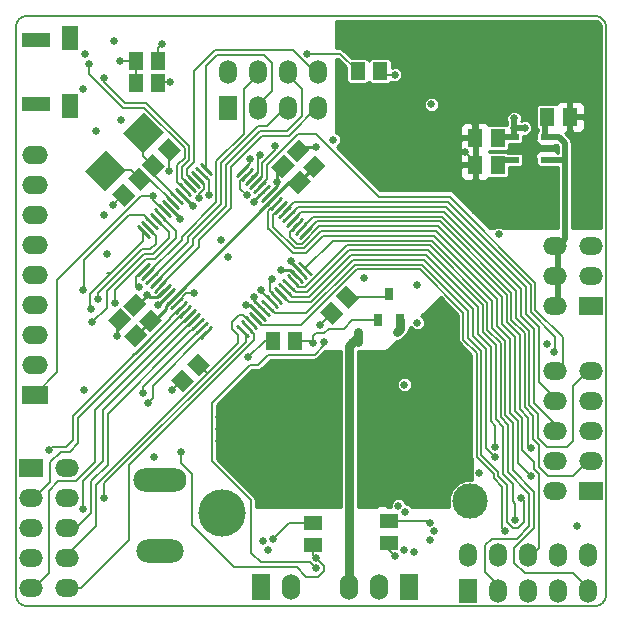
<source format=gbl>
%FSLAX34Y34*%
G04 Gerber Fmt 3.4, Leading zero omitted, Abs format*
G04 (created by PCBNEW (2013-11-08 BZR 4448)-product) date 2013-12-07T17:29:24 CET*
%MOIN*%
G01*
G70*
G90*
G04 APERTURE LIST*
%ADD10C,0.005906*%
%ADD11C,0.118110*%
%ADD12R,0.055100X0.078700*%
%ADD13R,0.096500X0.051200*%
%ADD14C,0.009800*%
%ADD15R,0.030000X0.020000*%
%ADD16R,0.031500X0.039400*%
%ADD17R,0.060000X0.086600*%
%ADD18O,0.060000X0.086600*%
%ADD19R,0.078700X0.060000*%
%ADD20O,0.078700X0.060000*%
%ADD21R,0.060000X0.078700*%
%ADD22O,0.060000X0.078700*%
%ADD23R,0.086600X0.060000*%
%ADD24O,0.086600X0.060000*%
%ADD25R,0.051200X0.059000*%
%ADD26R,0.059000X0.051200*%
%ADD27C,0.157480*%
%ADD28O,0.157500X0.078700*%
%ADD29O,0.177200X0.078700*%
%ADD30C,0.025000*%
%ADD31C,0.030000*%
%ADD32C,0.008000*%
%ADD33C,0.020000*%
%ADD34C,0.010000*%
G04 APERTURE END LIST*
G54D10*
X42913Y-43307D02*
G75*
G03X43307Y-42913I0J393D01*
G74*
G01*
X23622Y-42913D02*
G75*
G03X24015Y-43307I393J0D01*
G74*
G01*
X24015Y-23622D02*
G75*
G03X23622Y-24015I0J-393D01*
G74*
G01*
X43307Y-24015D02*
G75*
G03X42913Y-23622I-393J0D01*
G74*
G01*
X23622Y-42913D02*
X23622Y-24015D01*
X42913Y-43307D02*
X24015Y-43307D01*
X43307Y-24015D02*
X43307Y-42913D01*
X24015Y-23622D02*
X42913Y-23622D01*
G54D11*
X38779Y-39803D03*
G54D12*
X25443Y-24358D03*
X25443Y-26642D03*
G54D13*
X24309Y-24427D03*
X24309Y-26573D03*
G54D10*
G36*
X27884Y-26841D02*
X28552Y-27509D01*
X27856Y-28205D01*
X27188Y-27537D01*
X27884Y-26841D01*
X27884Y-26841D01*
G37*
G36*
X26631Y-28093D02*
X27299Y-28762D01*
X26603Y-29458D01*
X25935Y-28789D01*
X26631Y-28093D01*
X26631Y-28093D01*
G37*
G36*
X33100Y-31793D02*
X33524Y-32217D01*
X33455Y-32287D01*
X33031Y-31862D01*
X33100Y-31793D01*
X33100Y-31793D01*
G37*
G54D14*
X33315Y-32357D02*
X32961Y-32002D01*
X33176Y-32496D02*
X32821Y-32141D01*
X33037Y-32635D02*
X32682Y-32280D01*
X32898Y-32775D02*
X32543Y-32420D01*
X32759Y-32913D02*
X32404Y-32558D01*
X32620Y-33053D02*
X32265Y-32698D01*
X32480Y-33192D02*
X32125Y-32837D01*
X32341Y-33331D02*
X31986Y-32976D01*
X32202Y-33470D02*
X31847Y-33115D01*
X32063Y-33610D02*
X31708Y-33255D01*
X31924Y-33748D02*
X31569Y-33393D01*
X31785Y-33888D02*
X31430Y-33533D01*
X31645Y-34027D02*
X31290Y-33672D01*
X31506Y-34166D02*
X31151Y-33811D01*
X31367Y-34306D02*
X31012Y-33951D01*
X30141Y-33995D02*
X29786Y-34350D01*
X30002Y-33856D02*
X29647Y-34211D01*
X29863Y-33716D02*
X29508Y-34071D01*
X29723Y-33577D02*
X29368Y-33932D01*
X29584Y-33438D02*
X29229Y-33793D01*
X29446Y-33299D02*
X29091Y-33654D01*
X29306Y-33160D02*
X28951Y-33515D01*
X29167Y-33021D02*
X28812Y-33376D01*
X29028Y-32881D02*
X28673Y-33236D01*
X28888Y-32742D02*
X28533Y-33097D01*
X28749Y-32603D02*
X28394Y-32958D01*
X28610Y-32464D02*
X28255Y-32819D01*
X28471Y-32325D02*
X28116Y-32680D01*
X28332Y-32186D02*
X27977Y-32541D01*
X28193Y-32046D02*
X27838Y-32401D01*
X28053Y-31907D02*
X27698Y-32262D01*
X28053Y-30992D02*
X27698Y-30637D01*
X28193Y-30853D02*
X27838Y-30498D01*
X28332Y-30713D02*
X27977Y-30358D01*
X28471Y-30574D02*
X28116Y-30219D01*
X28610Y-30435D02*
X28255Y-30080D01*
X28749Y-30296D02*
X28394Y-29941D01*
X28888Y-30157D02*
X28533Y-29802D01*
X29028Y-30018D02*
X28673Y-29663D01*
X29167Y-29878D02*
X28812Y-29523D01*
X29306Y-29739D02*
X28951Y-29384D01*
X29446Y-29600D02*
X29091Y-29245D01*
X29584Y-29461D02*
X29229Y-29106D01*
X29723Y-29322D02*
X29368Y-28967D01*
X29863Y-29183D02*
X29508Y-28828D01*
X30002Y-29043D02*
X29647Y-28688D01*
X30141Y-28904D02*
X29786Y-28549D01*
X31367Y-28593D02*
X31012Y-28948D01*
X31506Y-28733D02*
X31151Y-29088D01*
X31785Y-29011D02*
X31430Y-29366D01*
X31650Y-28867D02*
X31295Y-29222D01*
X31924Y-29151D02*
X31569Y-29506D01*
X32063Y-29289D02*
X31708Y-29644D01*
X32202Y-29429D02*
X31847Y-29784D01*
X32341Y-29568D02*
X31986Y-29923D01*
X32480Y-29707D02*
X32125Y-30062D01*
X32620Y-29846D02*
X32265Y-30201D01*
X32757Y-29984D02*
X32402Y-30339D01*
X32896Y-30123D02*
X32541Y-30478D01*
X33035Y-30262D02*
X32681Y-30617D01*
X33175Y-30402D02*
X32820Y-30757D01*
X33313Y-30540D02*
X32958Y-30895D01*
X33453Y-30679D02*
X33098Y-31034D01*
G54D15*
X41261Y-27669D03*
X41261Y-28419D03*
X40261Y-27669D03*
X41261Y-28044D03*
X40261Y-28419D03*
G54D16*
X36062Y-32913D03*
X35687Y-33779D03*
X36437Y-33779D03*
G54D17*
X36748Y-42677D03*
G54D18*
X35748Y-42677D03*
X34748Y-42677D03*
G54D19*
X24126Y-38708D03*
G54D20*
X25322Y-38708D03*
X24126Y-39708D03*
X25322Y-39708D03*
X24126Y-40708D03*
X25322Y-40708D03*
X24126Y-41708D03*
X25322Y-41708D03*
X24126Y-42708D03*
X25322Y-42708D03*
G54D21*
X38708Y-42802D03*
G54D22*
X38708Y-41606D03*
X39708Y-42802D03*
X39708Y-41606D03*
X40708Y-42802D03*
X40708Y-41606D03*
X41708Y-42802D03*
X41708Y-41606D03*
X42708Y-42802D03*
X42708Y-41606D03*
G54D19*
X42802Y-39480D03*
G54D20*
X41606Y-39480D03*
X42802Y-38480D03*
X41606Y-38480D03*
X42802Y-37480D03*
X41606Y-37480D03*
X42802Y-36480D03*
X41606Y-36480D03*
X42802Y-35480D03*
X41606Y-35480D03*
G54D17*
X31783Y-42677D03*
G54D18*
X32783Y-42677D03*
G54D21*
X30700Y-26698D03*
G54D22*
X30700Y-25502D03*
X31700Y-26698D03*
X31700Y-25502D03*
X32700Y-26698D03*
X32700Y-25502D03*
X33700Y-26698D03*
X33700Y-25502D03*
G54D23*
X24250Y-36250D03*
G54D24*
X24250Y-35250D03*
X24250Y-34250D03*
X24250Y-33250D03*
X24250Y-32250D03*
X24250Y-31250D03*
X24250Y-30250D03*
X24250Y-29250D03*
X24250Y-28250D03*
G54D19*
X42802Y-33283D03*
G54D20*
X41606Y-33283D03*
X42802Y-32283D03*
X41606Y-32283D03*
X42802Y-31283D03*
X41606Y-31283D03*
G54D10*
G36*
X28171Y-28222D02*
X28589Y-28639D01*
X28226Y-29001D01*
X27809Y-28584D01*
X28171Y-28222D01*
X28171Y-28222D01*
G37*
G36*
X28702Y-27691D02*
X29119Y-28108D01*
X28757Y-28470D01*
X28340Y-28053D01*
X28702Y-27691D01*
X28702Y-27691D01*
G37*
G36*
X27773Y-29455D02*
X27355Y-29037D01*
X27717Y-28675D01*
X28135Y-29093D01*
X27773Y-29455D01*
X27773Y-29455D01*
G37*
G36*
X27242Y-29985D02*
X26825Y-29568D01*
X27187Y-29206D01*
X27604Y-29623D01*
X27242Y-29985D01*
X27242Y-29985D01*
G37*
G36*
X27729Y-33816D02*
X28147Y-33399D01*
X28509Y-33761D01*
X28091Y-34178D01*
X27729Y-33816D01*
X27729Y-33816D01*
G37*
G36*
X27199Y-33286D02*
X27616Y-32868D01*
X27978Y-33230D01*
X27561Y-33648D01*
X27199Y-33286D01*
X27199Y-33286D01*
G37*
G36*
X32670Y-29190D02*
X33088Y-28773D01*
X33450Y-29135D01*
X33032Y-29552D01*
X32670Y-29190D01*
X32670Y-29190D01*
G37*
G36*
X32140Y-28660D02*
X32557Y-28242D01*
X32919Y-28604D01*
X32502Y-29022D01*
X32140Y-28660D01*
X32140Y-28660D01*
G37*
G36*
X27237Y-34308D02*
X27654Y-33891D01*
X28016Y-34253D01*
X27599Y-34670D01*
X27237Y-34308D01*
X27237Y-34308D01*
G37*
G36*
X26707Y-33778D02*
X27124Y-33360D01*
X27486Y-33723D01*
X27069Y-34140D01*
X26707Y-33778D01*
X26707Y-33778D01*
G37*
G36*
X33182Y-28678D02*
X33599Y-28261D01*
X33961Y-28623D01*
X33544Y-29040D01*
X33182Y-28678D01*
X33182Y-28678D01*
G37*
G36*
X32652Y-28148D02*
X33069Y-27731D01*
X33431Y-28093D01*
X33014Y-28510D01*
X32652Y-28148D01*
X32652Y-28148D01*
G37*
G54D25*
X39686Y-27694D03*
X38936Y-27694D03*
X41336Y-26994D03*
X42086Y-26994D03*
G54D10*
G36*
X34116Y-33143D02*
X34533Y-33560D01*
X34171Y-33922D01*
X33754Y-33505D01*
X34116Y-33143D01*
X34116Y-33143D01*
G37*
G36*
X34647Y-32612D02*
X35064Y-33030D01*
X34702Y-33392D01*
X34284Y-32974D01*
X34647Y-32612D01*
X34647Y-32612D01*
G37*
G54D25*
X32934Y-34448D03*
X32184Y-34448D03*
X39686Y-28594D03*
X38936Y-28594D03*
X28367Y-25866D03*
X27617Y-25866D03*
X28367Y-25118D03*
X27617Y-25118D03*
G54D10*
G36*
X29741Y-35636D02*
X29324Y-35219D01*
X29686Y-34857D01*
X30103Y-35274D01*
X29741Y-35636D01*
X29741Y-35636D01*
G37*
G36*
X29211Y-36166D02*
X28794Y-35749D01*
X29156Y-35387D01*
X29573Y-35804D01*
X29211Y-36166D01*
X29211Y-36166D01*
G37*
G54D26*
X33543Y-40530D03*
X33543Y-41280D03*
X36062Y-40451D03*
X36062Y-41201D03*
G54D25*
X35018Y-25472D03*
X35768Y-25472D03*
G54D27*
X30512Y-40196D03*
G54D28*
X28425Y-41476D03*
G54D29*
X28425Y-39113D03*
G54D30*
X36574Y-35925D03*
X37007Y-33858D03*
X36377Y-39960D03*
X36889Y-41496D03*
X36614Y-40157D03*
X28228Y-38346D03*
X36574Y-41417D03*
X36338Y-34173D03*
X39724Y-30905D03*
X34212Y-27755D03*
X26574Y-30275D03*
X26653Y-31574D03*
X42322Y-40629D03*
X41338Y-34566D03*
X28838Y-36102D03*
X28779Y-25826D03*
X36259Y-25590D03*
X37480Y-26574D03*
X40236Y-27362D03*
X40590Y-27362D03*
X40236Y-27047D03*
X32795Y-31811D03*
X31574Y-32992D03*
X29527Y-29960D03*
X28366Y-33267D03*
X31574Y-29842D03*
X39606Y-37992D03*
X26574Y-39685D03*
X40275Y-40433D03*
X40787Y-38976D03*
X40472Y-39685D03*
X26377Y-33070D03*
X36259Y-41633D03*
X26141Y-33385D03*
X29133Y-38149D03*
X33641Y-41692D03*
X27716Y-32677D03*
X26929Y-33208D03*
X26181Y-33838D03*
X25866Y-32755D03*
X34823Y-34488D03*
X35039Y-34488D03*
X35039Y-34173D03*
X32165Y-32401D03*
X33622Y-42047D03*
X33897Y-34488D03*
X31811Y-32755D03*
X24724Y-38110D03*
X39921Y-40787D03*
X40787Y-38031D03*
X33346Y-24881D03*
X28208Y-29625D03*
X27106Y-25118D03*
X30059Y-29586D03*
X29724Y-29685D03*
X32263Y-27972D03*
X31318Y-29606D03*
X31437Y-28405D03*
X31751Y-28248D03*
X28031Y-36535D03*
X27874Y-36181D03*
X25944Y-24881D03*
X26062Y-25236D03*
X26574Y-25708D03*
X29566Y-32874D03*
X33543Y-34527D03*
X33779Y-33937D03*
X25866Y-40078D03*
X39606Y-38346D03*
X41574Y-34842D03*
X38937Y-30118D03*
X31850Y-41122D03*
X31889Y-35590D03*
X31889Y-35905D03*
X32204Y-41062D03*
X26889Y-24468D03*
X28740Y-28799D03*
X31377Y-35000D03*
X31496Y-35590D03*
X31102Y-36023D03*
X31102Y-36417D03*
X31102Y-36811D03*
X31102Y-37598D03*
X31102Y-37204D03*
X30708Y-37598D03*
X30708Y-36811D03*
X30708Y-36417D03*
X30708Y-37204D03*
X30708Y-37992D03*
X33622Y-27992D03*
X25885Y-36102D03*
X27007Y-34291D03*
X30708Y-31653D03*
X30452Y-31082D03*
X25866Y-26062D03*
X26299Y-27480D03*
X27125Y-27086D03*
X31102Y-38779D03*
X30708Y-38385D03*
X31102Y-38385D03*
X32027Y-41417D03*
X37440Y-41082D03*
X39074Y-38877D03*
X38681Y-38779D03*
X38681Y-36023D03*
X37559Y-35275D03*
X38228Y-34330D03*
X35236Y-32362D03*
X37007Y-32598D03*
X37598Y-24488D03*
X37440Y-25748D03*
X38937Y-27244D03*
X40905Y-27834D03*
X38582Y-28149D03*
X40905Y-28228D03*
X41614Y-28031D03*
X42125Y-27519D03*
X38287Y-36023D03*
X38681Y-36417D03*
X38287Y-36417D03*
X38681Y-36811D03*
X38287Y-36811D03*
X38681Y-38385D03*
X38287Y-38779D03*
X38681Y-37992D03*
X38681Y-37204D03*
X38681Y-37598D03*
X30413Y-37401D03*
X30413Y-37795D03*
X30413Y-37007D03*
X31122Y-38011D03*
X37421Y-40531D03*
X37559Y-40787D03*
X37362Y-35551D03*
X37401Y-34960D03*
X26850Y-29921D03*
X32480Y-32086D03*
X31299Y-33267D03*
X29094Y-30393D03*
X28011Y-32933D03*
X32322Y-29173D03*
X28484Y-24566D03*
G54D31*
X36338Y-34173D02*
X36437Y-34073D01*
X36437Y-34073D02*
X36437Y-33779D01*
G54D32*
X29163Y-35776D02*
X28838Y-36102D01*
X29163Y-35776D02*
X29183Y-35776D01*
X28406Y-25826D02*
X28779Y-25826D01*
X28406Y-25826D02*
X28367Y-25866D01*
X35886Y-25590D02*
X35768Y-25472D01*
X36259Y-25590D02*
X35886Y-25590D01*
G54D33*
X40236Y-27362D02*
X40590Y-27362D01*
X40236Y-27047D02*
X40236Y-27362D01*
X40236Y-27643D02*
X40236Y-27362D01*
X40236Y-27643D02*
X40261Y-27669D01*
X39686Y-27694D02*
X39711Y-27669D01*
X39711Y-27669D02*
X40261Y-27669D01*
G54D34*
X32795Y-31836D02*
X32795Y-31811D01*
X33138Y-32179D02*
X32795Y-31836D01*
X31574Y-33122D02*
X31574Y-32992D01*
X31885Y-33432D02*
X31574Y-33122D01*
X29129Y-29562D02*
X29527Y-29960D01*
X29129Y-29562D02*
X29129Y-29562D01*
X28366Y-33265D02*
X28366Y-33267D01*
X28711Y-32920D02*
X28366Y-33265D01*
X31885Y-29467D02*
X31574Y-29777D01*
X31574Y-29777D02*
X31574Y-29842D01*
G54D32*
X29713Y-35246D02*
X30009Y-35541D01*
X30009Y-35541D02*
X30000Y-35551D01*
X31468Y-33849D02*
X31201Y-33582D01*
X26299Y-40633D02*
X25224Y-41708D01*
X26299Y-39251D02*
X26299Y-40633D01*
X31023Y-34527D02*
X30000Y-35551D01*
X30000Y-35551D02*
X26299Y-39251D01*
X31023Y-34251D02*
X31023Y-34527D01*
X30826Y-34055D02*
X31023Y-34251D01*
X30826Y-33818D02*
X30826Y-34055D01*
X31062Y-33582D02*
X30826Y-33818D01*
X31201Y-33582D02*
X31062Y-33582D01*
X33400Y-32997D02*
X34799Y-31597D01*
X34799Y-31597D02*
X37306Y-31597D01*
X39468Y-37145D02*
X39606Y-37283D01*
X37306Y-31597D02*
X39024Y-33315D01*
X39024Y-33315D02*
X39024Y-34220D01*
X39024Y-34220D02*
X39462Y-34658D01*
X39462Y-34658D02*
X39462Y-37139D01*
X39462Y-37139D02*
X39468Y-37145D01*
X39606Y-37283D02*
X39606Y-37992D01*
X32582Y-32736D02*
X32842Y-32997D01*
X32842Y-32997D02*
X33400Y-32997D01*
X33022Y-29997D02*
X37970Y-29997D01*
X32719Y-30300D02*
X33022Y-29997D01*
X37970Y-29997D02*
X40624Y-32652D01*
X40624Y-32652D02*
X40624Y-33557D01*
X40624Y-33557D02*
X41062Y-33995D01*
X41062Y-33995D02*
X41062Y-35838D01*
X41062Y-35838D02*
X41704Y-36480D01*
G54D33*
X40261Y-28419D02*
X39861Y-28419D01*
X39861Y-28419D02*
X39686Y-28594D01*
G54D32*
X31189Y-34128D02*
X31296Y-34234D01*
X26574Y-39206D02*
X26574Y-39685D01*
X31296Y-34485D02*
X26574Y-39206D01*
X31296Y-34234D02*
X31296Y-34485D01*
X33333Y-32837D02*
X34733Y-31437D01*
X34733Y-31437D02*
X37372Y-31437D01*
X39871Y-37322D02*
X39871Y-38907D01*
X37372Y-31437D02*
X39184Y-33249D01*
X39184Y-33249D02*
X39184Y-34154D01*
X39184Y-34154D02*
X39622Y-34592D01*
X39622Y-34592D02*
X39622Y-37073D01*
X39622Y-37073D02*
X39871Y-37322D01*
X39871Y-37322D02*
X39871Y-37322D01*
X39871Y-38907D02*
X40196Y-39232D01*
X40196Y-39232D02*
X40196Y-39805D01*
X40196Y-39805D02*
X40275Y-39884D01*
X40275Y-39884D02*
X40275Y-40433D01*
X32720Y-32597D02*
X32960Y-32837D01*
X32960Y-32837D02*
X33333Y-32837D01*
X32057Y-30738D02*
X32859Y-31540D01*
X40351Y-38540D02*
X40787Y-38976D01*
X40351Y-37123D02*
X40351Y-38540D01*
X40102Y-36874D02*
X40351Y-37123D01*
X40102Y-34393D02*
X40102Y-36874D01*
X39664Y-33955D02*
X40102Y-34393D01*
X39664Y-33050D02*
X39664Y-33955D01*
X37571Y-30957D02*
X39664Y-33050D01*
X33872Y-30957D02*
X37571Y-30957D01*
X33289Y-31540D02*
X33872Y-30957D01*
X32859Y-31540D02*
X33289Y-31540D01*
X32303Y-29885D02*
X32044Y-30143D01*
X32044Y-30725D02*
X32057Y-30738D01*
X32044Y-30143D02*
X32044Y-30725D01*
X31329Y-33989D02*
X31574Y-34234D01*
X31574Y-34432D02*
X27399Y-38608D01*
X31574Y-34234D02*
X31574Y-34432D01*
X27399Y-41104D02*
X25795Y-42708D01*
X25795Y-42708D02*
X25224Y-42708D01*
X27399Y-38608D02*
X27399Y-41104D01*
X39142Y-34791D02*
X39142Y-38276D01*
X40551Y-40511D02*
X40551Y-39763D01*
X40354Y-40708D02*
X40551Y-40511D01*
X40196Y-40708D02*
X40354Y-40708D01*
X40000Y-40511D02*
X40196Y-40708D01*
X40000Y-39261D02*
X40000Y-40511D01*
X39711Y-38973D02*
X40000Y-39261D01*
X39711Y-38845D02*
X39711Y-38973D01*
X39142Y-38276D02*
X39711Y-38845D01*
X40551Y-39763D02*
X40472Y-39685D01*
X40551Y-39763D02*
X40472Y-39685D01*
X32024Y-33293D02*
X32274Y-33543D01*
X32274Y-33543D02*
X33306Y-33543D01*
X33306Y-33543D02*
X34932Y-31917D01*
X34932Y-31917D02*
X37174Y-31917D01*
X37174Y-31917D02*
X38704Y-33448D01*
X38704Y-33448D02*
X38704Y-34353D01*
X38704Y-34353D02*
X39142Y-34791D01*
X32007Y-28582D02*
X33031Y-27559D01*
X38102Y-29677D02*
X40944Y-32519D01*
X35740Y-29677D02*
X38102Y-29677D01*
X33622Y-27559D02*
X35740Y-29677D01*
X33031Y-27559D02*
X33622Y-27559D01*
X40944Y-33425D02*
X41850Y-34330D01*
X40944Y-32519D02*
X40944Y-33425D01*
X41850Y-34330D02*
X41850Y-35334D01*
X41850Y-35334D02*
X41704Y-35480D01*
X32007Y-29067D02*
X32007Y-28582D01*
X31746Y-29328D02*
X32007Y-29067D01*
X27820Y-31412D02*
X26377Y-32854D01*
X26377Y-32854D02*
X26377Y-33070D01*
X36062Y-41201D02*
X36062Y-41437D01*
X36062Y-41437D02*
X36259Y-41633D01*
X28015Y-30675D02*
X28307Y-30967D01*
X28115Y-31412D02*
X27820Y-31412D01*
X28307Y-31220D02*
X28115Y-31412D01*
X28307Y-30967D02*
X28307Y-31220D01*
X33641Y-41692D02*
X33897Y-41948D01*
X33897Y-42125D02*
X33700Y-42322D01*
X33897Y-41948D02*
X33897Y-42125D01*
X33307Y-42322D02*
X32992Y-42007D01*
X33700Y-42322D02*
X33307Y-42322D01*
X27876Y-31129D02*
X26102Y-32903D01*
X26102Y-32903D02*
X26102Y-33346D01*
X26102Y-33346D02*
X26141Y-33385D01*
X29133Y-38149D02*
X29133Y-38543D01*
X29133Y-38543D02*
X29488Y-38897D01*
X29488Y-38897D02*
X29488Y-40590D01*
X29488Y-40590D02*
X30905Y-42007D01*
X30905Y-42007D02*
X32992Y-42007D01*
X33543Y-41594D02*
X33543Y-41280D01*
X33641Y-41692D02*
X33543Y-41594D01*
X27876Y-30815D02*
X27876Y-31129D01*
X26801Y-32204D02*
X26653Y-32204D01*
X27876Y-31129D02*
X26801Y-32204D01*
X27876Y-32084D02*
X27637Y-32323D01*
X27637Y-32598D02*
X27716Y-32677D01*
X27637Y-32323D02*
X27637Y-32598D01*
X28281Y-31732D02*
X27952Y-31732D01*
X27952Y-31732D02*
X26929Y-32755D01*
X26929Y-32755D02*
X26929Y-33208D01*
X28433Y-30257D02*
X28976Y-30800D01*
X28976Y-31037D02*
X28281Y-31732D01*
X28976Y-30800D02*
X28976Y-31037D01*
X27886Y-31572D02*
X26653Y-32805D01*
X26653Y-33366D02*
X26181Y-33838D01*
X26653Y-32805D02*
X26653Y-33366D01*
X28294Y-30397D02*
X28740Y-30843D01*
X28191Y-31572D02*
X27886Y-31572D01*
X28740Y-31023D02*
X28191Y-31572D01*
X28740Y-30843D02*
X28740Y-31023D01*
X28154Y-30536D02*
X27893Y-30275D01*
X25905Y-32716D02*
X25866Y-32755D01*
X25905Y-31761D02*
X25905Y-32716D01*
X27391Y-30275D02*
X25905Y-31761D01*
X27893Y-30275D02*
X27391Y-30275D01*
G54D31*
X34823Y-34508D02*
X34842Y-34527D01*
X34823Y-34488D02*
X34823Y-34508D01*
X35039Y-34488D02*
X34960Y-34409D01*
X34960Y-34409D02*
X35039Y-34488D01*
X35039Y-34488D02*
X35039Y-34330D01*
X35039Y-34330D02*
X35039Y-34330D01*
X35039Y-34330D02*
X34842Y-34527D01*
X35039Y-34173D02*
X35039Y-34330D01*
X34748Y-34622D02*
X34748Y-42677D01*
X34842Y-34527D02*
X34748Y-34622D01*
G54D32*
X32086Y-32798D02*
X32086Y-32480D01*
X32086Y-32480D02*
X32165Y-32401D01*
X32303Y-33014D02*
X32086Y-32798D01*
X33422Y-41847D02*
X31788Y-41847D01*
X31788Y-41847D02*
X31456Y-41515D01*
X31456Y-41515D02*
X31456Y-39763D01*
X31456Y-39763D02*
X30157Y-38464D01*
X33582Y-34921D02*
X32047Y-34921D01*
X31692Y-35275D02*
X31417Y-35275D01*
X32047Y-34921D02*
X31692Y-35275D01*
X33422Y-41847D02*
X33622Y-42047D01*
X30157Y-36535D02*
X30157Y-38464D01*
X31417Y-35275D02*
X30157Y-36535D01*
X33897Y-34606D02*
X33582Y-34921D01*
X33897Y-34488D02*
X33897Y-34606D01*
X31811Y-32801D02*
X31811Y-32755D01*
X32164Y-33154D02*
X31811Y-32801D01*
X28779Y-33740D02*
X25548Y-36970D01*
X24845Y-37989D02*
X24724Y-38110D01*
X25314Y-37989D02*
X24845Y-37989D01*
X25548Y-37755D02*
X25314Y-37989D01*
X25548Y-36970D02*
X25548Y-37755D01*
X29129Y-33337D02*
X28779Y-33687D01*
X27637Y-34881D02*
X27519Y-34881D01*
X28779Y-33739D02*
X28779Y-33740D01*
X28779Y-33740D02*
X27637Y-34881D01*
X28779Y-33687D02*
X28779Y-33739D01*
X38982Y-34881D02*
X38982Y-38343D01*
X39839Y-40706D02*
X39921Y-40787D01*
X39839Y-39327D02*
X39839Y-40706D01*
X39551Y-39039D02*
X39839Y-39327D01*
X39551Y-38911D02*
X39551Y-39039D01*
X38982Y-38343D02*
X39551Y-38911D01*
X31607Y-33710D02*
X31834Y-33937D01*
X38982Y-34857D02*
X38982Y-34881D01*
X38544Y-34419D02*
X38982Y-34857D01*
X38544Y-33514D02*
X38544Y-34419D01*
X37107Y-32077D02*
X38544Y-33514D01*
X34998Y-32077D02*
X37107Y-32077D01*
X33139Y-33937D02*
X34998Y-32077D01*
X31834Y-33937D02*
X33139Y-33937D01*
X40706Y-37014D02*
X40706Y-37950D01*
X40706Y-37950D02*
X40787Y-38031D01*
X32755Y-30984D02*
X32992Y-31220D01*
X40422Y-36731D02*
X40706Y-37014D01*
X40422Y-34260D02*
X40422Y-36731D01*
X39984Y-33822D02*
X40422Y-34260D01*
X39984Y-32917D02*
X39984Y-33822D01*
X37705Y-30637D02*
X39984Y-32917D01*
X33740Y-30637D02*
X37705Y-30637D01*
X33157Y-31220D02*
X33740Y-30637D01*
X32992Y-31220D02*
X33157Y-31220D01*
X32997Y-30579D02*
X32755Y-30821D01*
X32755Y-30821D02*
X32755Y-30984D01*
X29964Y-28726D02*
X29964Y-25291D01*
X29964Y-25291D02*
X30334Y-24921D01*
X32165Y-26134D02*
X31700Y-26600D01*
X30334Y-24921D02*
X31889Y-24921D01*
X31889Y-24921D02*
X32165Y-25196D01*
X32165Y-25196D02*
X32165Y-26134D01*
X30314Y-29842D02*
X30314Y-28455D01*
X31220Y-26079D02*
X31700Y-25600D01*
X31220Y-27549D02*
X31220Y-26079D01*
X30314Y-28455D02*
X31220Y-27549D01*
X29153Y-31082D02*
X29153Y-31086D01*
X29153Y-31086D02*
X29153Y-31082D01*
X29153Y-31003D02*
X29153Y-31086D01*
X30314Y-29842D02*
X29153Y-31003D01*
X33346Y-24881D02*
X34428Y-24881D01*
X34428Y-24881D02*
X35018Y-25472D01*
X28015Y-32224D02*
X29153Y-31086D01*
X29546Y-29144D02*
X29330Y-28929D01*
X29571Y-28498D02*
X29571Y-25457D01*
X29330Y-28740D02*
X29571Y-28498D01*
X29330Y-28929D02*
X29330Y-28740D01*
X29571Y-28321D02*
X29571Y-25457D01*
X32861Y-24761D02*
X33700Y-25600D01*
X29571Y-25457D02*
X30268Y-24761D01*
X30268Y-24761D02*
X32861Y-24761D01*
X29571Y-28321D02*
X29571Y-28188D01*
X27617Y-25118D02*
X27617Y-25866D01*
X28208Y-29625D02*
X27814Y-29625D01*
X25000Y-35500D02*
X24250Y-36250D01*
X25000Y-32440D02*
X25000Y-35500D01*
X27814Y-29625D02*
X25000Y-32440D01*
X28208Y-29755D02*
X28572Y-30119D01*
X28208Y-29625D02*
X28208Y-29755D01*
X27617Y-25118D02*
X27106Y-25118D01*
X25224Y-40708D02*
X25629Y-40708D01*
X26139Y-39137D02*
X26686Y-38590D01*
X26139Y-40199D02*
X26139Y-39137D01*
X25629Y-40708D02*
X26139Y-40199D01*
X29270Y-34309D02*
X26686Y-36893D01*
X29685Y-33894D02*
X29270Y-34309D01*
X26686Y-36893D02*
X26686Y-38590D01*
X32209Y-30664D02*
X32925Y-31380D01*
X40511Y-37046D02*
X40511Y-38110D01*
X40262Y-36798D02*
X40511Y-37046D01*
X40262Y-34327D02*
X40262Y-36798D01*
X39824Y-33889D02*
X40262Y-34327D01*
X39824Y-32983D02*
X39824Y-33889D01*
X37638Y-30797D02*
X39824Y-32983D01*
X33806Y-30797D02*
X37638Y-30797D01*
X33223Y-31380D02*
X33806Y-30797D01*
X32925Y-31380D02*
X33223Y-31380D01*
X40511Y-38110D02*
X40902Y-38501D01*
X41062Y-41350D02*
X40708Y-41704D01*
X41062Y-38897D02*
X41062Y-41350D01*
X40902Y-38737D02*
X41062Y-38897D01*
X40902Y-38501D02*
X40902Y-38737D01*
X32442Y-30024D02*
X32204Y-30262D01*
X32204Y-30659D02*
X32209Y-30664D01*
X32204Y-30262D02*
X32204Y-30659D01*
X33141Y-30157D02*
X37903Y-30157D01*
X41704Y-37334D02*
X41704Y-37480D01*
X40902Y-36532D02*
X41704Y-37334D01*
X40902Y-34062D02*
X40902Y-36532D01*
X40464Y-33624D02*
X40902Y-34062D01*
X40464Y-32718D02*
X40464Y-33624D01*
X37903Y-30157D02*
X40464Y-32718D01*
X32858Y-30440D02*
X33141Y-30157D01*
X29825Y-28866D02*
X30061Y-29102D01*
X30061Y-29102D02*
X30061Y-29584D01*
X30061Y-29584D02*
X30059Y-29586D01*
X29685Y-29005D02*
X29901Y-29221D01*
X29901Y-29221D02*
X29901Y-29389D01*
X29724Y-29566D02*
X29724Y-29685D01*
X29901Y-29389D02*
X29724Y-29566D01*
X26102Y-36643D02*
X25708Y-37037D01*
X24763Y-39169D02*
X24224Y-39708D01*
X24763Y-38503D02*
X24763Y-39169D01*
X25118Y-38149D02*
X24763Y-38503D01*
X25433Y-38149D02*
X25118Y-38149D01*
X25708Y-37874D02*
X25433Y-38149D01*
X25708Y-37037D02*
X25708Y-37874D01*
X29268Y-33477D02*
X26102Y-36643D01*
X33267Y-32677D02*
X34667Y-31277D01*
X34667Y-31277D02*
X37439Y-31277D01*
X32859Y-32458D02*
X33078Y-32677D01*
X39274Y-41276D02*
X39274Y-42177D01*
X39488Y-41062D02*
X39274Y-41276D01*
X40324Y-41062D02*
X39488Y-41062D01*
X40742Y-40644D02*
X40324Y-41062D01*
X40742Y-39551D02*
X40742Y-40644D01*
X40031Y-38840D02*
X40742Y-39551D01*
X40031Y-37256D02*
X40031Y-38840D01*
X39782Y-37007D02*
X40031Y-37256D01*
X39782Y-34526D02*
X39782Y-37007D01*
X39344Y-34087D02*
X39782Y-34526D01*
X39344Y-33183D02*
X39344Y-34087D01*
X37439Y-31277D02*
X39344Y-33183D01*
X39708Y-42611D02*
X39708Y-42704D01*
X39274Y-42177D02*
X39708Y-42611D01*
X33078Y-32677D02*
X33267Y-32677D01*
X33275Y-30857D02*
X33655Y-30477D01*
X41062Y-38661D02*
X41377Y-38976D01*
X41062Y-37942D02*
X41062Y-38661D01*
X40866Y-37745D02*
X41062Y-37942D01*
X40866Y-36948D02*
X40866Y-37745D01*
X40582Y-36665D02*
X40866Y-36948D01*
X40582Y-34194D02*
X40582Y-36665D01*
X40144Y-33756D02*
X40582Y-34194D01*
X40144Y-32851D02*
X40144Y-33756D01*
X37771Y-30477D02*
X40144Y-32851D01*
X33655Y-30477D02*
X37771Y-30477D01*
X42208Y-38976D02*
X42704Y-38480D01*
X41377Y-38976D02*
X42208Y-38976D01*
X26262Y-36760D02*
X26262Y-38501D01*
X24724Y-42208D02*
X24224Y-42708D01*
X24724Y-39448D02*
X24724Y-42208D01*
X25039Y-39133D02*
X24724Y-39448D01*
X25629Y-39133D02*
X25039Y-39133D01*
X26262Y-38501D02*
X25629Y-39133D01*
X29407Y-33615D02*
X26262Y-36760D01*
X33277Y-32040D02*
X34200Y-31117D01*
X34200Y-31117D02*
X37505Y-31117D01*
X40236Y-41850D02*
X40590Y-42204D01*
X40236Y-41377D02*
X40236Y-41850D01*
X40902Y-40711D02*
X40236Y-41377D01*
X40902Y-39485D02*
X40902Y-40711D01*
X40191Y-38774D02*
X40902Y-39485D01*
X40191Y-37189D02*
X40191Y-38774D01*
X39942Y-36940D02*
X40191Y-37189D01*
X39942Y-34459D02*
X39942Y-36940D01*
X39504Y-34021D02*
X39942Y-34459D01*
X39504Y-33116D02*
X39504Y-34021D01*
X37505Y-31117D02*
X39504Y-33116D01*
X42208Y-42204D02*
X42708Y-42704D01*
X40590Y-42204D02*
X42208Y-42204D01*
X33136Y-30718D02*
X33537Y-30317D01*
X41028Y-36884D02*
X41028Y-37682D01*
X40742Y-36599D02*
X41028Y-36884D01*
X40742Y-34128D02*
X40742Y-36599D01*
X40304Y-33690D02*
X40742Y-34128D01*
X40304Y-32784D02*
X40304Y-33690D01*
X37837Y-30317D02*
X40304Y-32784D01*
X33537Y-30317D02*
X37837Y-30317D01*
X41028Y-36929D02*
X41028Y-37682D01*
X42204Y-35980D02*
X42704Y-35480D01*
X41028Y-37682D02*
X41338Y-37992D01*
X41338Y-37992D02*
X42007Y-37992D01*
X42007Y-37992D02*
X42204Y-37795D01*
X42204Y-37795D02*
X42204Y-35980D01*
X41028Y-36929D02*
X41028Y-37204D01*
X30474Y-29908D02*
X30474Y-28521D01*
X31698Y-27298D02*
X32001Y-27298D01*
X30474Y-28521D02*
X31698Y-27298D01*
X29370Y-31013D02*
X29370Y-31148D01*
X30474Y-29908D02*
X29370Y-31013D01*
X29370Y-31148D02*
X29370Y-31141D01*
X29370Y-31141D02*
X29370Y-31148D01*
X32001Y-27298D02*
X32700Y-26600D01*
X28154Y-32363D02*
X29370Y-31148D01*
X30794Y-30039D02*
X30794Y-28653D01*
X31830Y-27618D02*
X32726Y-27618D01*
X30794Y-28653D02*
X31830Y-27618D01*
X28433Y-32642D02*
X29744Y-31331D01*
X29744Y-31331D02*
X29744Y-31092D01*
X30794Y-30039D02*
X30794Y-30041D01*
X29744Y-31092D02*
X29744Y-31331D01*
X30794Y-30041D02*
X29744Y-31092D01*
X33700Y-26644D02*
X33700Y-26600D01*
X32726Y-27618D02*
X33700Y-26644D01*
X30634Y-29960D02*
X30634Y-28587D01*
X31764Y-27458D02*
X32659Y-27458D01*
X30634Y-28587D02*
X31764Y-27458D01*
X28294Y-32502D02*
X29547Y-31249D01*
X29547Y-31249D02*
X29547Y-31062D01*
X30634Y-29960D02*
X30634Y-29975D01*
X29547Y-31062D02*
X29547Y-31249D01*
X30634Y-29975D02*
X29547Y-31062D01*
X33149Y-26049D02*
X32700Y-25600D01*
X32659Y-27458D02*
X33149Y-26968D01*
X33149Y-26968D02*
X33149Y-26049D01*
X31847Y-28949D02*
X31847Y-28516D01*
X31847Y-28516D02*
X32263Y-28100D01*
X32263Y-28100D02*
X32263Y-27972D01*
X31607Y-29189D02*
X31847Y-28949D01*
X31114Y-29402D02*
X31318Y-29606D01*
X31114Y-29124D02*
X31114Y-29402D01*
X31329Y-28910D02*
X31114Y-29124D01*
X31437Y-28524D02*
X31437Y-28405D01*
X31437Y-28524D02*
X31189Y-28771D01*
X31473Y-29045D02*
X31687Y-28830D01*
X31687Y-28830D02*
X31687Y-28312D01*
X31687Y-28312D02*
X31751Y-28248D01*
X31473Y-29045D02*
X31687Y-28830D01*
X29964Y-34173D02*
X28188Y-35948D01*
X28031Y-36535D02*
X28188Y-36377D01*
X28188Y-35948D02*
X28188Y-36377D01*
X29825Y-34033D02*
X27874Y-35984D01*
X27874Y-35984D02*
X27874Y-36181D01*
X29268Y-29422D02*
X29010Y-29164D01*
X29251Y-28366D02*
X29251Y-28031D01*
X29010Y-28607D02*
X29251Y-28366D01*
X29010Y-29164D02*
X29010Y-28607D01*
X27204Y-26692D02*
X26062Y-25551D01*
X29251Y-28031D02*
X27913Y-26692D01*
X27913Y-26692D02*
X27204Y-26692D01*
X26062Y-25551D02*
X26062Y-25236D01*
X29407Y-29284D02*
X29170Y-29047D01*
X29411Y-28432D02*
X29411Y-27965D01*
X29170Y-28673D02*
X29411Y-28432D01*
X29170Y-29047D02*
X29170Y-28673D01*
X29411Y-27965D02*
X27979Y-26532D01*
X27979Y-26532D02*
X27270Y-26532D01*
X27270Y-26532D02*
X26574Y-25836D01*
X26574Y-25836D02*
X26574Y-25708D01*
X28989Y-33198D02*
X29314Y-32874D01*
X29314Y-32874D02*
X29566Y-32874D01*
X33543Y-34527D02*
X33543Y-34291D01*
X34566Y-34055D02*
X34842Y-33779D01*
X34055Y-34055D02*
X34566Y-34055D01*
X33897Y-34212D02*
X34055Y-34055D01*
X33622Y-34212D02*
X33897Y-34212D01*
X33543Y-34291D02*
X33622Y-34212D01*
X34842Y-33779D02*
X35687Y-33779D01*
X33464Y-34448D02*
X32934Y-34448D01*
X33543Y-34527D02*
X33464Y-34448D01*
X34144Y-33572D02*
X34144Y-33532D01*
X33779Y-33937D02*
X34144Y-33572D01*
G54D34*
X33060Y-29162D02*
X33572Y-28650D01*
X28119Y-33788D02*
X27627Y-34280D01*
X28850Y-33059D02*
X28622Y-33287D01*
X28219Y-33788D02*
X28119Y-33788D01*
X28622Y-33385D02*
X28219Y-33788D01*
X28622Y-33287D02*
X28622Y-33385D01*
X32164Y-29745D02*
X28850Y-33059D01*
X33060Y-29162D02*
X32747Y-29162D01*
X32747Y-29162D02*
X32164Y-29745D01*
G54D32*
X26526Y-36774D02*
X29546Y-33755D01*
X26526Y-38473D02*
X26526Y-36774D01*
X25866Y-39133D02*
X26526Y-38473D01*
X25866Y-40078D02*
X25866Y-39133D01*
X32724Y-33157D02*
X33466Y-33157D01*
X33466Y-33157D02*
X34866Y-31757D01*
X34866Y-31757D02*
X37240Y-31757D01*
X39302Y-37165D02*
X39302Y-38043D01*
X39302Y-38043D02*
X39606Y-38346D01*
X32442Y-32875D02*
X32724Y-33157D01*
X39302Y-34724D02*
X39302Y-37165D01*
X38864Y-34286D02*
X39302Y-34724D01*
X38864Y-33382D02*
X38864Y-34286D01*
X37240Y-31757D02*
X38864Y-33382D01*
X40792Y-33498D02*
X41614Y-34320D01*
X41614Y-34803D02*
X41574Y-34842D01*
X41614Y-34320D02*
X41614Y-34803D01*
X32904Y-29837D02*
X38036Y-29837D01*
X40784Y-33491D02*
X40792Y-33498D01*
X40784Y-32585D02*
X40784Y-33491D01*
X38036Y-29837D02*
X40784Y-32585D01*
X32904Y-29837D02*
X32579Y-30161D01*
X33543Y-40530D02*
X32737Y-40530D01*
X32737Y-40530D02*
X32204Y-41062D01*
X28729Y-28081D02*
X28729Y-28788D01*
X28729Y-28788D02*
X28740Y-28799D01*
X31929Y-34448D02*
X31377Y-35000D01*
X32184Y-34448D02*
X31929Y-34448D01*
G54D34*
X33170Y-27992D02*
X33622Y-27992D01*
X33041Y-28120D02*
X33170Y-27992D01*
X27007Y-33839D02*
X27007Y-34291D01*
X27007Y-33839D02*
X27097Y-33750D01*
G54D33*
X38937Y-27693D02*
X38937Y-27244D01*
X38936Y-27694D02*
X38937Y-27693D01*
X41114Y-28044D02*
X40905Y-27834D01*
X41114Y-28044D02*
X41261Y-28044D01*
G54D32*
X38936Y-28503D02*
X38582Y-28149D01*
X38936Y-28594D02*
X38936Y-28503D01*
G54D33*
X41089Y-28044D02*
X40905Y-28228D01*
X41089Y-28044D02*
X41261Y-28044D01*
X41601Y-28044D02*
X41614Y-28031D01*
X41261Y-28044D02*
X41601Y-28044D01*
X42086Y-27480D02*
X42125Y-27519D01*
X42086Y-27480D02*
X42086Y-26994D01*
G54D32*
X36062Y-40451D02*
X37341Y-40451D01*
X37341Y-40451D02*
X37421Y-40531D01*
X27175Y-29595D02*
X26850Y-29921D01*
X27215Y-29595D02*
X27175Y-29595D01*
G54D34*
X32766Y-32086D02*
X32480Y-32086D01*
X32999Y-32319D02*
X32766Y-32086D01*
X31443Y-33267D02*
X31299Y-33267D01*
X31746Y-33571D02*
X31443Y-33267D01*
X29094Y-30363D02*
X29094Y-30393D01*
X28711Y-29979D02*
X29094Y-30363D01*
X28011Y-32933D02*
X27686Y-33258D01*
X27686Y-33258D02*
X27589Y-33258D01*
X28340Y-33011D02*
X28090Y-33011D01*
X28572Y-32780D02*
X28340Y-33011D01*
X28090Y-33011D02*
X28011Y-32933D01*
X32322Y-29173D02*
X32322Y-28839D01*
X32322Y-28839D02*
X32530Y-28632D01*
X32322Y-29308D02*
X32322Y-29173D01*
X32024Y-29606D02*
X32322Y-29308D01*
G54D32*
X28367Y-25118D02*
X28367Y-24684D01*
X28367Y-24684D02*
X28484Y-24566D01*
X34674Y-33002D02*
X35973Y-33002D01*
X35973Y-33002D02*
X36062Y-32913D01*
X28199Y-28611D02*
X27870Y-28282D01*
X27870Y-28282D02*
X27870Y-27523D01*
X28989Y-29701D02*
X28199Y-28910D01*
X28199Y-28910D02*
X28199Y-28611D01*
X27745Y-29065D02*
X27455Y-28775D01*
X27455Y-28775D02*
X26617Y-28775D01*
X28850Y-29840D02*
X28075Y-29065D01*
X28075Y-29065D02*
X27745Y-29065D01*
G54D33*
X41704Y-31283D02*
X41929Y-31059D01*
X41929Y-31059D02*
X41929Y-28419D01*
X41704Y-32283D02*
X41704Y-33283D01*
X41704Y-31283D02*
X41704Y-32283D01*
X41261Y-28419D02*
X41929Y-28419D01*
X41889Y-28425D02*
X41929Y-28425D01*
X41724Y-27669D02*
X41929Y-27874D01*
X41929Y-27874D02*
X41929Y-28425D01*
X41261Y-27669D02*
X41724Y-27669D01*
X41929Y-28419D02*
X41923Y-28425D01*
X41923Y-28425D02*
X41889Y-28425D01*
X41261Y-27669D02*
X41261Y-27069D01*
X41261Y-27069D02*
X41336Y-26994D01*
G54D10*
G36*
X34468Y-39989D02*
X31626Y-39989D01*
X31626Y-39763D01*
X31626Y-39763D01*
X31626Y-39763D01*
X31615Y-39709D01*
X31613Y-39698D01*
X31613Y-39698D01*
X31576Y-39643D01*
X30327Y-38394D01*
X30327Y-36605D01*
X31487Y-35445D01*
X31692Y-35445D01*
X31757Y-35432D01*
X31757Y-35432D01*
X31813Y-35395D01*
X32117Y-35091D01*
X33582Y-35091D01*
X33647Y-35078D01*
X33647Y-35078D01*
X33702Y-35041D01*
X33930Y-34813D01*
X34468Y-34813D01*
X34468Y-39989D01*
X34468Y-39989D01*
G37*
G54D34*
X34468Y-39989D02*
X31626Y-39989D01*
X31626Y-39763D01*
X31626Y-39763D01*
X31626Y-39763D01*
X31615Y-39709D01*
X31613Y-39698D01*
X31613Y-39698D01*
X31576Y-39643D01*
X30327Y-38394D01*
X30327Y-36605D01*
X31487Y-35445D01*
X31692Y-35445D01*
X31757Y-35432D01*
X31757Y-35432D01*
X31813Y-35395D01*
X32117Y-35091D01*
X33582Y-35091D01*
X33647Y-35078D01*
X33647Y-35078D01*
X33702Y-35041D01*
X33930Y-34813D01*
X34468Y-34813D01*
X34468Y-39989D01*
G54D10*
G36*
X38847Y-39082D02*
X38636Y-39082D01*
X38371Y-39191D01*
X38169Y-39394D01*
X38059Y-39659D01*
X38058Y-39945D01*
X38076Y-39989D01*
X36829Y-39989D01*
X36829Y-35874D01*
X36791Y-35780D01*
X36719Y-35709D01*
X36625Y-35670D01*
X36524Y-35670D01*
X36430Y-35708D01*
X36358Y-35780D01*
X36319Y-35874D01*
X36319Y-35975D01*
X36358Y-36069D01*
X36430Y-36141D01*
X36523Y-36180D01*
X36625Y-36180D01*
X36719Y-36141D01*
X36790Y-36069D01*
X36829Y-35976D01*
X36829Y-35874D01*
X36829Y-39989D01*
X36806Y-39989D01*
X36758Y-39941D01*
X36665Y-39902D01*
X36629Y-39902D01*
X36594Y-39816D01*
X36522Y-39744D01*
X36428Y-39705D01*
X36327Y-39705D01*
X36233Y-39744D01*
X36161Y-39815D01*
X36122Y-39909D01*
X36122Y-39989D01*
X35994Y-39989D01*
X35950Y-39945D01*
X35817Y-39945D01*
X35718Y-39945D01*
X35626Y-39983D01*
X35620Y-39989D01*
X35028Y-39989D01*
X35028Y-34813D01*
X35965Y-34813D01*
X36328Y-34451D01*
X36338Y-34453D01*
X36445Y-34431D01*
X36536Y-34371D01*
X36635Y-34271D01*
X36696Y-34180D01*
X36696Y-34180D01*
X36717Y-34073D01*
X36717Y-34061D01*
X36787Y-33992D01*
X36791Y-34002D01*
X36863Y-34074D01*
X36956Y-34113D01*
X37058Y-34113D01*
X37152Y-34074D01*
X37223Y-34002D01*
X37262Y-33909D01*
X37262Y-33807D01*
X37224Y-33714D01*
X37152Y-33642D01*
X37141Y-33637D01*
X37784Y-32994D01*
X38374Y-33585D01*
X38374Y-34419D01*
X38387Y-34484D01*
X38424Y-34539D01*
X38812Y-34927D01*
X38812Y-38343D01*
X38825Y-38408D01*
X38847Y-38440D01*
X38847Y-39082D01*
X38847Y-39082D01*
G37*
G54D34*
X38847Y-39082D02*
X38636Y-39082D01*
X38371Y-39191D01*
X38169Y-39394D01*
X38059Y-39659D01*
X38058Y-39945D01*
X38076Y-39989D01*
X36829Y-39989D01*
X36829Y-35874D01*
X36791Y-35780D01*
X36719Y-35709D01*
X36625Y-35670D01*
X36524Y-35670D01*
X36430Y-35708D01*
X36358Y-35780D01*
X36319Y-35874D01*
X36319Y-35975D01*
X36358Y-36069D01*
X36430Y-36141D01*
X36523Y-36180D01*
X36625Y-36180D01*
X36719Y-36141D01*
X36790Y-36069D01*
X36829Y-35976D01*
X36829Y-35874D01*
X36829Y-39989D01*
X36806Y-39989D01*
X36758Y-39941D01*
X36665Y-39902D01*
X36629Y-39902D01*
X36594Y-39816D01*
X36522Y-39744D01*
X36428Y-39705D01*
X36327Y-39705D01*
X36233Y-39744D01*
X36161Y-39815D01*
X36122Y-39909D01*
X36122Y-39989D01*
X35994Y-39989D01*
X35950Y-39945D01*
X35817Y-39945D01*
X35718Y-39945D01*
X35626Y-39983D01*
X35620Y-39989D01*
X35028Y-39989D01*
X35028Y-34813D01*
X35965Y-34813D01*
X36328Y-34451D01*
X36338Y-34453D01*
X36445Y-34431D01*
X36536Y-34371D01*
X36635Y-34271D01*
X36696Y-34180D01*
X36696Y-34180D01*
X36717Y-34073D01*
X36717Y-34061D01*
X36787Y-33992D01*
X36791Y-34002D01*
X36863Y-34074D01*
X36956Y-34113D01*
X37058Y-34113D01*
X37152Y-34074D01*
X37223Y-34002D01*
X37262Y-33909D01*
X37262Y-33807D01*
X37224Y-33714D01*
X37152Y-33642D01*
X37141Y-33637D01*
X37784Y-32994D01*
X38374Y-33585D01*
X38374Y-34419D01*
X38387Y-34484D01*
X38424Y-34539D01*
X38812Y-34927D01*
X38812Y-38343D01*
X38825Y-38408D01*
X38847Y-38440D01*
X38847Y-39082D01*
G54D10*
G36*
X43147Y-30698D02*
X42592Y-30698D01*
X42592Y-27338D01*
X42592Y-27239D01*
X42592Y-27106D01*
X42592Y-26881D01*
X42592Y-26748D01*
X42592Y-26649D01*
X42554Y-26557D01*
X42484Y-26487D01*
X42392Y-26449D01*
X42199Y-26449D01*
X42136Y-26511D01*
X42136Y-26944D01*
X42530Y-26944D01*
X42592Y-26881D01*
X42592Y-27106D01*
X42530Y-27044D01*
X42136Y-27044D01*
X42136Y-27476D01*
X42199Y-27539D01*
X42392Y-27539D01*
X42484Y-27501D01*
X42554Y-27430D01*
X42592Y-27338D01*
X42592Y-30698D01*
X42159Y-30698D01*
X42159Y-28425D01*
X42159Y-28419D01*
X42159Y-27874D01*
X42141Y-27785D01*
X42141Y-27785D01*
X42091Y-27711D01*
X41919Y-27539D01*
X41974Y-27539D01*
X42036Y-27476D01*
X42036Y-27044D01*
X42028Y-27044D01*
X42028Y-26944D01*
X42036Y-26944D01*
X42036Y-26511D01*
X41974Y-26449D01*
X41781Y-26449D01*
X41689Y-26487D01*
X41618Y-26557D01*
X41614Y-26569D01*
X41566Y-26569D01*
X41054Y-26569D01*
X41007Y-26588D01*
X40970Y-26625D01*
X40950Y-26673D01*
X40950Y-26724D01*
X40950Y-27314D01*
X40970Y-27362D01*
X41007Y-27399D01*
X41031Y-27409D01*
X41031Y-27465D01*
X41001Y-27495D01*
X40981Y-27543D01*
X40981Y-27594D01*
X40981Y-27727D01*
X40970Y-27732D01*
X40899Y-27802D01*
X40861Y-27894D01*
X40861Y-27931D01*
X40924Y-27994D01*
X41211Y-27994D01*
X41211Y-27986D01*
X41311Y-27986D01*
X41311Y-27994D01*
X41599Y-27994D01*
X41661Y-27931D01*
X41699Y-27969D01*
X41699Y-28189D01*
X41661Y-28189D01*
X41661Y-28156D01*
X41599Y-28094D01*
X41311Y-28094D01*
X41311Y-28101D01*
X41211Y-28101D01*
X41211Y-28094D01*
X40924Y-28094D01*
X40861Y-28156D01*
X40861Y-28193D01*
X40899Y-28285D01*
X40970Y-28356D01*
X40981Y-28360D01*
X40981Y-28544D01*
X41001Y-28592D01*
X41038Y-28629D01*
X41085Y-28649D01*
X41137Y-28649D01*
X41261Y-28649D01*
X41437Y-28649D01*
X41699Y-28649D01*
X41699Y-30698D01*
X40845Y-30698D01*
X40845Y-27311D01*
X40806Y-27217D01*
X40735Y-27146D01*
X40641Y-27107D01*
X40540Y-27107D01*
X40479Y-27132D01*
X40477Y-27132D01*
X40491Y-27098D01*
X40491Y-26996D01*
X40452Y-26902D01*
X40380Y-26831D01*
X40287Y-26792D01*
X40185Y-26792D01*
X40091Y-26830D01*
X40020Y-26902D01*
X39981Y-26996D01*
X39981Y-27097D01*
X40006Y-27158D01*
X40006Y-27251D01*
X39994Y-27279D01*
X39968Y-27269D01*
X39916Y-27269D01*
X39409Y-27269D01*
X39404Y-27257D01*
X39334Y-27187D01*
X39242Y-27149D01*
X39049Y-27149D01*
X38986Y-27211D01*
X38986Y-27644D01*
X38994Y-27644D01*
X38994Y-27744D01*
X38986Y-27744D01*
X38986Y-28111D01*
X38986Y-28176D01*
X38986Y-28544D01*
X38994Y-28544D01*
X38994Y-28644D01*
X38986Y-28644D01*
X38986Y-29076D01*
X39049Y-29139D01*
X39242Y-29139D01*
X39334Y-29101D01*
X39404Y-29030D01*
X39409Y-29019D01*
X39456Y-29019D01*
X39968Y-29019D01*
X40016Y-28999D01*
X40053Y-28962D01*
X40072Y-28914D01*
X40072Y-28863D01*
X40072Y-28649D01*
X40085Y-28649D01*
X40137Y-28649D01*
X40261Y-28649D01*
X40437Y-28649D01*
X40485Y-28629D01*
X40522Y-28592D01*
X40541Y-28544D01*
X40541Y-28493D01*
X40541Y-28293D01*
X40522Y-28245D01*
X40485Y-28208D01*
X40437Y-28189D01*
X40385Y-28189D01*
X40261Y-28189D01*
X40085Y-28189D01*
X40016Y-28189D01*
X40016Y-28188D01*
X39968Y-28169D01*
X39916Y-28169D01*
X39409Y-28169D01*
X39404Y-28157D01*
X39391Y-28144D01*
X39404Y-28130D01*
X39409Y-28119D01*
X39456Y-28119D01*
X39968Y-28119D01*
X40016Y-28099D01*
X40053Y-28062D01*
X40072Y-28014D01*
X40072Y-27963D01*
X40072Y-27899D01*
X40085Y-27899D01*
X40137Y-27899D01*
X40261Y-27899D01*
X40437Y-27899D01*
X40485Y-27879D01*
X40522Y-27842D01*
X40541Y-27794D01*
X40541Y-27743D01*
X40541Y-27617D01*
X40641Y-27617D01*
X40734Y-27578D01*
X40806Y-27506D01*
X40845Y-27413D01*
X40845Y-27311D01*
X40845Y-30698D01*
X39877Y-30698D01*
X39869Y-30689D01*
X39775Y-30650D01*
X39673Y-30650D01*
X39580Y-30689D01*
X39571Y-30698D01*
X39430Y-30698D01*
X38886Y-30154D01*
X38886Y-29076D01*
X38886Y-28644D01*
X38886Y-28544D01*
X38886Y-28176D01*
X38886Y-28111D01*
X38886Y-27744D01*
X38886Y-27644D01*
X38886Y-27211D01*
X38824Y-27149D01*
X38631Y-27149D01*
X38539Y-27187D01*
X38468Y-27257D01*
X38430Y-27349D01*
X38430Y-27448D01*
X38430Y-27581D01*
X38493Y-27644D01*
X38886Y-27644D01*
X38886Y-27744D01*
X38493Y-27744D01*
X38430Y-27806D01*
X38430Y-27939D01*
X38430Y-28038D01*
X38468Y-28130D01*
X38482Y-28144D01*
X38468Y-28157D01*
X38430Y-28249D01*
X38430Y-28348D01*
X38430Y-28481D01*
X38493Y-28544D01*
X38886Y-28544D01*
X38886Y-28644D01*
X38493Y-28644D01*
X38430Y-28706D01*
X38430Y-28839D01*
X38430Y-28938D01*
X38468Y-29030D01*
X38539Y-29101D01*
X38631Y-29139D01*
X38824Y-29139D01*
X38886Y-29076D01*
X38886Y-30154D01*
X38170Y-29438D01*
X37735Y-29438D01*
X37735Y-26524D01*
X37696Y-26430D01*
X37624Y-26358D01*
X37531Y-26319D01*
X37429Y-26319D01*
X37336Y-26358D01*
X37264Y-26430D01*
X37225Y-26523D01*
X37225Y-26625D01*
X37264Y-26719D01*
X37335Y-26790D01*
X37429Y-26829D01*
X37530Y-26829D01*
X37624Y-26791D01*
X37696Y-26719D01*
X37735Y-26625D01*
X37735Y-26524D01*
X37735Y-29438D01*
X35768Y-29438D01*
X34318Y-27988D01*
X34356Y-27972D01*
X34428Y-27900D01*
X34467Y-27806D01*
X34467Y-27705D01*
X34428Y-27611D01*
X34357Y-27539D01*
X34301Y-27516D01*
X34301Y-25051D01*
X34357Y-25051D01*
X34632Y-25326D01*
X34632Y-25793D01*
X34652Y-25841D01*
X34689Y-25877D01*
X34736Y-25897D01*
X34788Y-25897D01*
X35300Y-25897D01*
X35348Y-25877D01*
X35384Y-25841D01*
X35393Y-25819D01*
X35402Y-25841D01*
X35439Y-25877D01*
X35486Y-25897D01*
X35538Y-25897D01*
X36050Y-25897D01*
X36098Y-25877D01*
X36134Y-25841D01*
X36144Y-25818D01*
X36208Y-25845D01*
X36310Y-25845D01*
X36404Y-25806D01*
X36475Y-25735D01*
X36514Y-25641D01*
X36514Y-25540D01*
X36476Y-25446D01*
X36404Y-25374D01*
X36310Y-25335D01*
X36209Y-25335D01*
X36154Y-25358D01*
X36154Y-25151D01*
X36134Y-25103D01*
X36098Y-25067D01*
X36050Y-25047D01*
X35998Y-25047D01*
X35486Y-25047D01*
X35439Y-25067D01*
X35402Y-25103D01*
X35393Y-25125D01*
X35384Y-25103D01*
X35348Y-25067D01*
X35300Y-25047D01*
X35248Y-25047D01*
X34834Y-25047D01*
X34548Y-24761D01*
X34493Y-24724D01*
X34428Y-24711D01*
X34301Y-24711D01*
X34301Y-23781D01*
X42897Y-23781D01*
X43001Y-23802D01*
X43076Y-23852D01*
X43126Y-23927D01*
X43147Y-24031D01*
X43147Y-30698D01*
X43147Y-30698D01*
G37*
G54D34*
X43147Y-30698D02*
X42592Y-30698D01*
X42592Y-27338D01*
X42592Y-27239D01*
X42592Y-27106D01*
X42592Y-26881D01*
X42592Y-26748D01*
X42592Y-26649D01*
X42554Y-26557D01*
X42484Y-26487D01*
X42392Y-26449D01*
X42199Y-26449D01*
X42136Y-26511D01*
X42136Y-26944D01*
X42530Y-26944D01*
X42592Y-26881D01*
X42592Y-27106D01*
X42530Y-27044D01*
X42136Y-27044D01*
X42136Y-27476D01*
X42199Y-27539D01*
X42392Y-27539D01*
X42484Y-27501D01*
X42554Y-27430D01*
X42592Y-27338D01*
X42592Y-30698D01*
X42159Y-30698D01*
X42159Y-28425D01*
X42159Y-28419D01*
X42159Y-27874D01*
X42141Y-27785D01*
X42141Y-27785D01*
X42091Y-27711D01*
X41919Y-27539D01*
X41974Y-27539D01*
X42036Y-27476D01*
X42036Y-27044D01*
X42028Y-27044D01*
X42028Y-26944D01*
X42036Y-26944D01*
X42036Y-26511D01*
X41974Y-26449D01*
X41781Y-26449D01*
X41689Y-26487D01*
X41618Y-26557D01*
X41614Y-26569D01*
X41566Y-26569D01*
X41054Y-26569D01*
X41007Y-26588D01*
X40970Y-26625D01*
X40950Y-26673D01*
X40950Y-26724D01*
X40950Y-27314D01*
X40970Y-27362D01*
X41007Y-27399D01*
X41031Y-27409D01*
X41031Y-27465D01*
X41001Y-27495D01*
X40981Y-27543D01*
X40981Y-27594D01*
X40981Y-27727D01*
X40970Y-27732D01*
X40899Y-27802D01*
X40861Y-27894D01*
X40861Y-27931D01*
X40924Y-27994D01*
X41211Y-27994D01*
X41211Y-27986D01*
X41311Y-27986D01*
X41311Y-27994D01*
X41599Y-27994D01*
X41661Y-27931D01*
X41699Y-27969D01*
X41699Y-28189D01*
X41661Y-28189D01*
X41661Y-28156D01*
X41599Y-28094D01*
X41311Y-28094D01*
X41311Y-28101D01*
X41211Y-28101D01*
X41211Y-28094D01*
X40924Y-28094D01*
X40861Y-28156D01*
X40861Y-28193D01*
X40899Y-28285D01*
X40970Y-28356D01*
X40981Y-28360D01*
X40981Y-28544D01*
X41001Y-28592D01*
X41038Y-28629D01*
X41085Y-28649D01*
X41137Y-28649D01*
X41261Y-28649D01*
X41437Y-28649D01*
X41699Y-28649D01*
X41699Y-30698D01*
X40845Y-30698D01*
X40845Y-27311D01*
X40806Y-27217D01*
X40735Y-27146D01*
X40641Y-27107D01*
X40540Y-27107D01*
X40479Y-27132D01*
X40477Y-27132D01*
X40491Y-27098D01*
X40491Y-26996D01*
X40452Y-26902D01*
X40380Y-26831D01*
X40287Y-26792D01*
X40185Y-26792D01*
X40091Y-26830D01*
X40020Y-26902D01*
X39981Y-26996D01*
X39981Y-27097D01*
X40006Y-27158D01*
X40006Y-27251D01*
X39994Y-27279D01*
X39968Y-27269D01*
X39916Y-27269D01*
X39409Y-27269D01*
X39404Y-27257D01*
X39334Y-27187D01*
X39242Y-27149D01*
X39049Y-27149D01*
X38986Y-27211D01*
X38986Y-27644D01*
X38994Y-27644D01*
X38994Y-27744D01*
X38986Y-27744D01*
X38986Y-28111D01*
X38986Y-28176D01*
X38986Y-28544D01*
X38994Y-28544D01*
X38994Y-28644D01*
X38986Y-28644D01*
X38986Y-29076D01*
X39049Y-29139D01*
X39242Y-29139D01*
X39334Y-29101D01*
X39404Y-29030D01*
X39409Y-29019D01*
X39456Y-29019D01*
X39968Y-29019D01*
X40016Y-28999D01*
X40053Y-28962D01*
X40072Y-28914D01*
X40072Y-28863D01*
X40072Y-28649D01*
X40085Y-28649D01*
X40137Y-28649D01*
X40261Y-28649D01*
X40437Y-28649D01*
X40485Y-28629D01*
X40522Y-28592D01*
X40541Y-28544D01*
X40541Y-28493D01*
X40541Y-28293D01*
X40522Y-28245D01*
X40485Y-28208D01*
X40437Y-28189D01*
X40385Y-28189D01*
X40261Y-28189D01*
X40085Y-28189D01*
X40016Y-28189D01*
X40016Y-28188D01*
X39968Y-28169D01*
X39916Y-28169D01*
X39409Y-28169D01*
X39404Y-28157D01*
X39391Y-28144D01*
X39404Y-28130D01*
X39409Y-28119D01*
X39456Y-28119D01*
X39968Y-28119D01*
X40016Y-28099D01*
X40053Y-28062D01*
X40072Y-28014D01*
X40072Y-27963D01*
X40072Y-27899D01*
X40085Y-27899D01*
X40137Y-27899D01*
X40261Y-27899D01*
X40437Y-27899D01*
X40485Y-27879D01*
X40522Y-27842D01*
X40541Y-27794D01*
X40541Y-27743D01*
X40541Y-27617D01*
X40641Y-27617D01*
X40734Y-27578D01*
X40806Y-27506D01*
X40845Y-27413D01*
X40845Y-27311D01*
X40845Y-30698D01*
X39877Y-30698D01*
X39869Y-30689D01*
X39775Y-30650D01*
X39673Y-30650D01*
X39580Y-30689D01*
X39571Y-30698D01*
X39430Y-30698D01*
X38886Y-30154D01*
X38886Y-29076D01*
X38886Y-28644D01*
X38886Y-28544D01*
X38886Y-28176D01*
X38886Y-28111D01*
X38886Y-27744D01*
X38886Y-27644D01*
X38886Y-27211D01*
X38824Y-27149D01*
X38631Y-27149D01*
X38539Y-27187D01*
X38468Y-27257D01*
X38430Y-27349D01*
X38430Y-27448D01*
X38430Y-27581D01*
X38493Y-27644D01*
X38886Y-27644D01*
X38886Y-27744D01*
X38493Y-27744D01*
X38430Y-27806D01*
X38430Y-27939D01*
X38430Y-28038D01*
X38468Y-28130D01*
X38482Y-28144D01*
X38468Y-28157D01*
X38430Y-28249D01*
X38430Y-28348D01*
X38430Y-28481D01*
X38493Y-28544D01*
X38886Y-28544D01*
X38886Y-28644D01*
X38493Y-28644D01*
X38430Y-28706D01*
X38430Y-28839D01*
X38430Y-28938D01*
X38468Y-29030D01*
X38539Y-29101D01*
X38631Y-29139D01*
X38824Y-29139D01*
X38886Y-29076D01*
X38886Y-30154D01*
X38170Y-29438D01*
X37735Y-29438D01*
X37735Y-26524D01*
X37696Y-26430D01*
X37624Y-26358D01*
X37531Y-26319D01*
X37429Y-26319D01*
X37336Y-26358D01*
X37264Y-26430D01*
X37225Y-26523D01*
X37225Y-26625D01*
X37264Y-26719D01*
X37335Y-26790D01*
X37429Y-26829D01*
X37530Y-26829D01*
X37624Y-26791D01*
X37696Y-26719D01*
X37735Y-26625D01*
X37735Y-26524D01*
X37735Y-29438D01*
X35768Y-29438D01*
X34318Y-27988D01*
X34356Y-27972D01*
X34428Y-27900D01*
X34467Y-27806D01*
X34467Y-27705D01*
X34428Y-27611D01*
X34357Y-27539D01*
X34301Y-27516D01*
X34301Y-25051D01*
X34357Y-25051D01*
X34632Y-25326D01*
X34632Y-25793D01*
X34652Y-25841D01*
X34689Y-25877D01*
X34736Y-25897D01*
X34788Y-25897D01*
X35300Y-25897D01*
X35348Y-25877D01*
X35384Y-25841D01*
X35393Y-25819D01*
X35402Y-25841D01*
X35439Y-25877D01*
X35486Y-25897D01*
X35538Y-25897D01*
X36050Y-25897D01*
X36098Y-25877D01*
X36134Y-25841D01*
X36144Y-25818D01*
X36208Y-25845D01*
X36310Y-25845D01*
X36404Y-25806D01*
X36475Y-25735D01*
X36514Y-25641D01*
X36514Y-25540D01*
X36476Y-25446D01*
X36404Y-25374D01*
X36310Y-25335D01*
X36209Y-25335D01*
X36154Y-25358D01*
X36154Y-25151D01*
X36134Y-25103D01*
X36098Y-25067D01*
X36050Y-25047D01*
X35998Y-25047D01*
X35486Y-25047D01*
X35439Y-25067D01*
X35402Y-25103D01*
X35393Y-25125D01*
X35384Y-25103D01*
X35348Y-25067D01*
X35300Y-25047D01*
X35248Y-25047D01*
X34834Y-25047D01*
X34548Y-24761D01*
X34493Y-24724D01*
X34428Y-24711D01*
X34301Y-24711D01*
X34301Y-23781D01*
X42897Y-23781D01*
X43001Y-23802D01*
X43076Y-23852D01*
X43126Y-23927D01*
X43147Y-24031D01*
X43147Y-30698D01*
M02*

</source>
